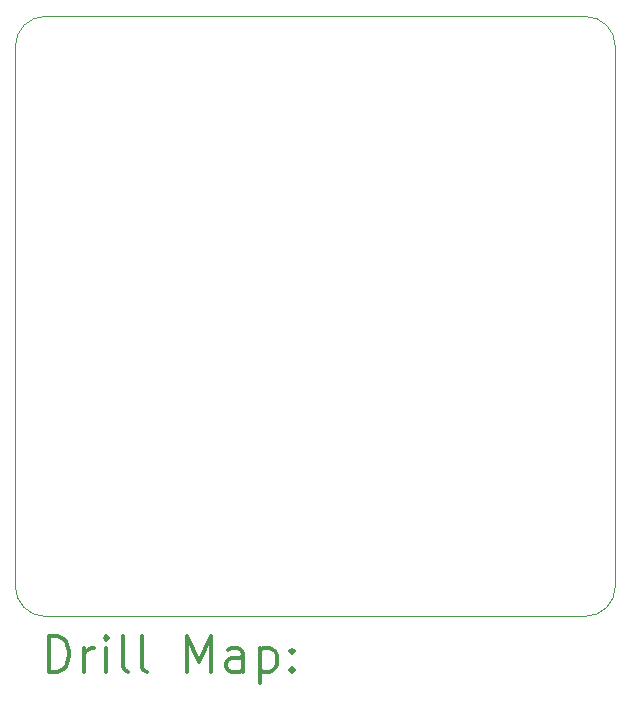
<source format=gbr>
%FSLAX45Y45*%
G04 Gerber Fmt 4.5, Leading zero omitted, Abs format (unit mm)*
G04 Created by KiCad (PCBNEW (5.1.9)-1) date 2021-04-18 01:50:58*
%MOMM*%
%LPD*%
G01*
G04 APERTURE LIST*
%TA.AperFunction,Profile*%
%ADD10C,0.050000*%
%TD*%
%ADD11C,0.200000*%
%ADD12C,0.300000*%
G04 APERTURE END LIST*
D10*
X12446000Y-8128000D02*
G75*
G02*
X12700000Y-7874000I254000J0D01*
G01*
X17272000Y-7874000D02*
G75*
G02*
X17526000Y-8128000I0J-254000D01*
G01*
X12446000Y-12700000D02*
X12446000Y-8128000D01*
X12700000Y-12954000D02*
G75*
G02*
X12446000Y-12700000I0J254000D01*
G01*
X17272000Y-12954000D02*
X12700000Y-12954000D01*
X17526000Y-12700000D02*
G75*
G02*
X17272000Y-12954000I-254000J0D01*
G01*
X17526000Y-8128000D02*
X17526000Y-12700000D01*
X12700000Y-7874000D02*
X17272000Y-7874000D01*
D11*
D12*
X12729928Y-13422214D02*
X12729928Y-13122214D01*
X12801357Y-13122214D01*
X12844214Y-13136500D01*
X12872786Y-13165071D01*
X12887071Y-13193643D01*
X12901357Y-13250786D01*
X12901357Y-13293643D01*
X12887071Y-13350786D01*
X12872786Y-13379357D01*
X12844214Y-13407928D01*
X12801357Y-13422214D01*
X12729928Y-13422214D01*
X13029928Y-13422214D02*
X13029928Y-13222214D01*
X13029928Y-13279357D02*
X13044214Y-13250786D01*
X13058500Y-13236500D01*
X13087071Y-13222214D01*
X13115643Y-13222214D01*
X13215643Y-13422214D02*
X13215643Y-13222214D01*
X13215643Y-13122214D02*
X13201357Y-13136500D01*
X13215643Y-13150786D01*
X13229928Y-13136500D01*
X13215643Y-13122214D01*
X13215643Y-13150786D01*
X13401357Y-13422214D02*
X13372786Y-13407928D01*
X13358500Y-13379357D01*
X13358500Y-13122214D01*
X13558500Y-13422214D02*
X13529928Y-13407928D01*
X13515643Y-13379357D01*
X13515643Y-13122214D01*
X13901357Y-13422214D02*
X13901357Y-13122214D01*
X14001357Y-13336500D01*
X14101357Y-13122214D01*
X14101357Y-13422214D01*
X14372786Y-13422214D02*
X14372786Y-13265071D01*
X14358500Y-13236500D01*
X14329928Y-13222214D01*
X14272786Y-13222214D01*
X14244214Y-13236500D01*
X14372786Y-13407928D02*
X14344214Y-13422214D01*
X14272786Y-13422214D01*
X14244214Y-13407928D01*
X14229928Y-13379357D01*
X14229928Y-13350786D01*
X14244214Y-13322214D01*
X14272786Y-13307928D01*
X14344214Y-13307928D01*
X14372786Y-13293643D01*
X14515643Y-13222214D02*
X14515643Y-13522214D01*
X14515643Y-13236500D02*
X14544214Y-13222214D01*
X14601357Y-13222214D01*
X14629928Y-13236500D01*
X14644214Y-13250786D01*
X14658500Y-13279357D01*
X14658500Y-13365071D01*
X14644214Y-13393643D01*
X14629928Y-13407928D01*
X14601357Y-13422214D01*
X14544214Y-13422214D01*
X14515643Y-13407928D01*
X14787071Y-13393643D02*
X14801357Y-13407928D01*
X14787071Y-13422214D01*
X14772786Y-13407928D01*
X14787071Y-13393643D01*
X14787071Y-13422214D01*
X14787071Y-13236500D02*
X14801357Y-13250786D01*
X14787071Y-13265071D01*
X14772786Y-13250786D01*
X14787071Y-13236500D01*
X14787071Y-13265071D01*
M02*

</source>
